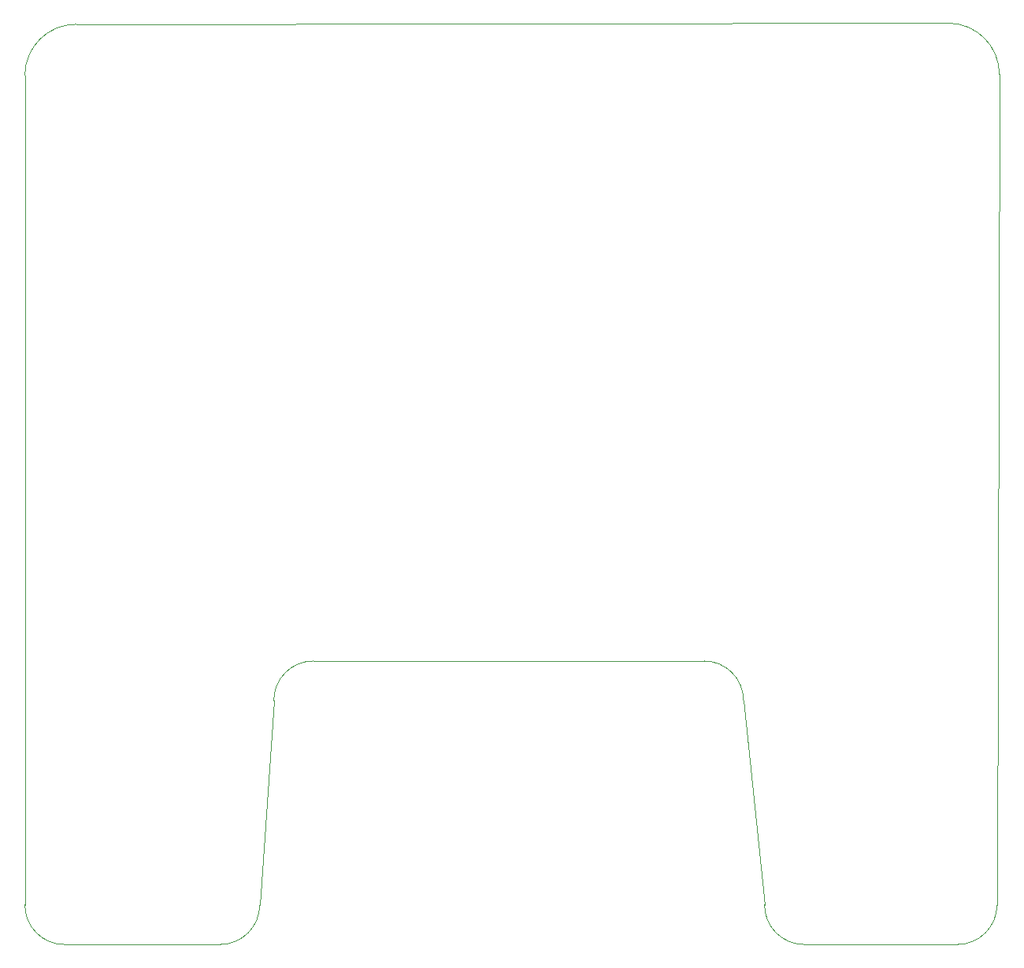
<source format=gbr>
%TF.GenerationSoftware,KiCad,Pcbnew,(6.0.1)*%
%TF.CreationDate,2022-11-16T17:15:53-05:00*%
%TF.ProjectId,Projet_Final_GI_Equipe2,50726f6a-6574-45f4-9669-6e616c5f4749,rev?*%
%TF.SameCoordinates,Original*%
%TF.FileFunction,Profile,NP*%
%FSLAX46Y46*%
G04 Gerber Fmt 4.6, Leading zero omitted, Abs format (unit mm)*
G04 Created by KiCad (PCBNEW (6.0.1)) date 2022-11-16 17:15:53*
%MOMM*%
%LPD*%
G01*
G04 APERTURE LIST*
%TA.AperFunction,Profile*%
%ADD10C,0.100000*%
%TD*%
G04 APERTURE END LIST*
D10*
X195000000Y-52875000D02*
X101250000Y-53000000D01*
X200244796Y-147744796D02*
X200500000Y-58389087D01*
X95750000Y-147750000D02*
X95750000Y-58500000D01*
X173000000Y-125750000D02*
X175255204Y-147744796D01*
X116744796Y-151994796D02*
G75*
G03*
X120994796Y-147744796I1J4249999D01*
G01*
X195994796Y-151994796D02*
G75*
G03*
X200244796Y-147744796I1J4249999D01*
G01*
X122505204Y-125755204D02*
X120994796Y-147744796D01*
X173000000Y-125750000D02*
G75*
G03*
X168750000Y-121500000I-4249999J1D01*
G01*
X100000000Y-152000000D02*
X116744796Y-151994796D01*
X126755204Y-121505204D02*
X168750000Y-121500000D01*
X101250000Y-53000000D02*
G75*
G03*
X95750000Y-58500000I1J-5500001D01*
G01*
X195994796Y-151994796D02*
X179505204Y-151994796D01*
X126755204Y-121505204D02*
G75*
G03*
X122505204Y-125755204I-1J-4249999D01*
G01*
X95750000Y-147750000D02*
G75*
G03*
X100000000Y-152000000I4249999J-1D01*
G01*
X200500000Y-58389087D02*
G75*
G03*
X195000000Y-52875000I-5514106J-1D01*
G01*
X175255204Y-147744796D02*
G75*
G03*
X179505204Y-151994796I4249999J-1D01*
G01*
M02*

</source>
